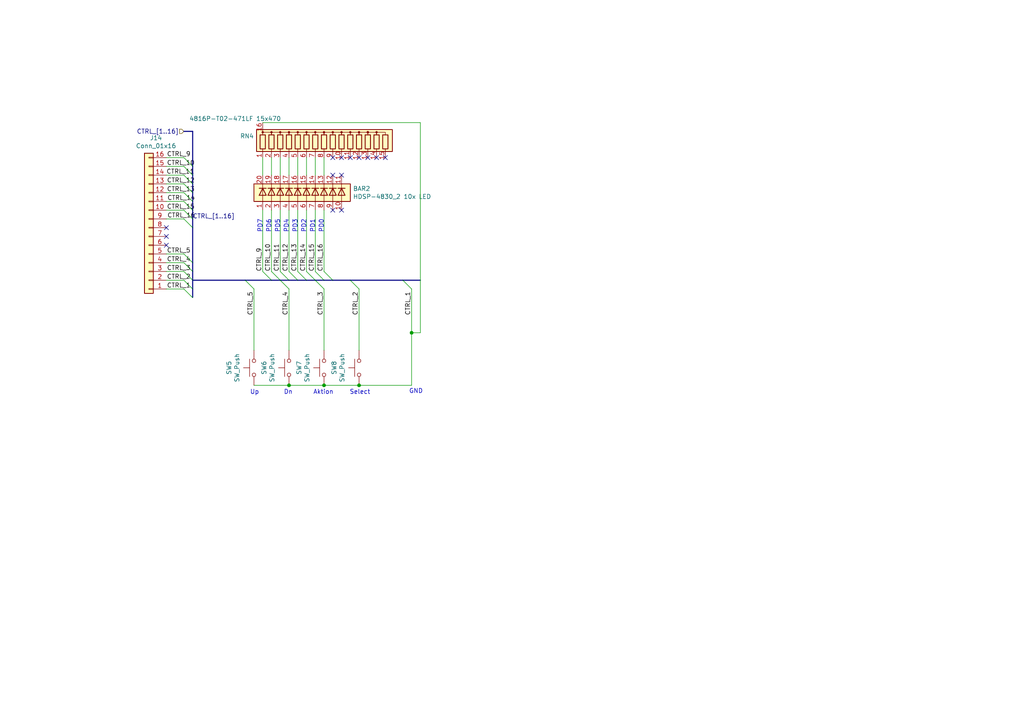
<source format=kicad_sch>
(kicad_sch (version 20211123) (generator eeschema)
  (paper "A4")
  (lib_symbols
    (symbol "Connector_Generic:Conn_01x16" (pin_names (offset 1.016) hide)
      (property "Reference" "J" (at 0 20.32 0))
      (property "Value" "Conn_01x16" (at 0 -22.86 0))
      (symbol "Conn_01x16_1_1"
        (rectangle (start -1.27 -20.193) (end 0 -20.447) (stroke (width 0.1524)))
        (rectangle (start -1.27 -17.653) (end 0 -17.907) (stroke (width 0.1524)))
        (rectangle (start -1.27 -15.113) (end 0 -15.367) (stroke (width 0.1524)))
        (rectangle (start -1.27 -12.573) (end 0 -12.827) (stroke (width 0.1524)))
        (rectangle (start -1.27 -10.033) (end 0 -10.287) (stroke (width 0.1524)))
        (rectangle (start -1.27 -7.493) (end 0 -7.747) (stroke (width 0.1524)))
        (rectangle (start -1.27 -4.953) (end 0 -5.207) (stroke (width 0.1524)))
        (rectangle (start -1.27 -2.413) (end 0 -2.667) (stroke (width 0.1524)))
        (rectangle (start -1.27 0.127) (end 0 -0.127) (stroke (width 0.1524)))
        (rectangle (start -1.27 2.667) (end 0 2.413) (stroke (width 0.1524)))
        (rectangle (start -1.27 5.207) (end 0 4.953) (stroke (width 0.1524)))
        (rectangle (start -1.27 7.747) (end 0 7.493) (stroke (width 0.1524)))
        (rectangle (start -1.27 10.287) (end 0 10.033) (stroke (width 0.1524)))
        (rectangle (start -1.27 12.827) (end 0 12.573) (stroke (width 0.1524)))
        (rectangle (start -1.27 15.367) (end 0 15.113) (stroke (width 0.1524)))
        (rectangle (start -1.27 17.907) (end 0 17.653) (stroke (width 0.1524)))
        (rectangle (start -1.27 19.05) (end 1.27 -21.59) (stroke (width 0.254)) (fill (type background)))
        (pin passive line (at -5.08 17.78 0) (length 3.81) (name "Pin_1") (number "1"))
        (pin passive line (at -5.08 -5.08 0) (length 3.81) (name "Pin_10") (number "10"))
        (pin passive line (at -5.08 -7.62 0) (length 3.81) (name "Pin_11") (number "11"))
        (pin passive line (at -5.08 -10.16 0) (length 3.81) (name "Pin_12") (number "12"))
        (pin passive line (at -5.08 -12.7 0) (length 3.81) (name "Pin_13") (number "13"))
        (pin passive line (at -5.08 -15.24 0) (length 3.81) (name "Pin_14") (number "14"))
        (pin passive line (at -5.08 -17.78 0) (length 3.81) (name "Pin_15") (number "15"))
        (pin passive line (at -5.08 -20.32 0) (length 3.81) (name "Pin_16") (number "16"))
        (pin passive line (at -5.08 15.24 0) (length 3.81) (name "Pin_2") (number "2"))
        (pin passive line (at -5.08 12.7 0) (length 3.81) (name "Pin_3") (number "3"))
        (pin passive line (at -5.08 10.16 0) (length 3.81) (name "Pin_4") (number "4"))
        (pin passive line (at -5.08 7.62 0) (length 3.81) (name "Pin_5") (number "5"))
        (pin passive line (at -5.08 5.08 0) (length 3.81) (name "Pin_6") (number "6"))
        (pin passive line (at -5.08 2.54 0) (length 3.81) (name "Pin_7") (number "7"))
        (pin passive line (at -5.08 0 0) (length 3.81) (name "Pin_8") (number "8"))
        (pin passive line (at -5.08 -2.54 0) (length 3.81) (name "Pin_9") (number "9"))
      )
    )
    (symbol "LED:HDSP-4830_2" (pin_names (offset 1.016) hide)
      (property "Reference" "BAR" (at 0 15.24 0))
      (property "Value" "HDSP-4830_2" (at 0 -17.78 0))
      (symbol "HDSP-4830_2_0_1"
        (rectangle (start -2.54 12.7) (end 2.54 -15.24) (stroke (width 0.254)) (fill (type background)))
        (polyline (pts (xy -2.54 -12.7) (xy 2.54 -12.7)))
        (polyline (pts (xy -2.54 -10.16) (xy 2.54 -10.16)))
        (polyline (pts (xy -2.54 -7.62) (xy 2.54 -7.62)))
        (polyline (pts (xy -2.54 -5.08) (xy 2.54 -5.08)))
        (polyline (pts (xy -2.54 0) (xy 2.54 0)))
        (polyline (pts (xy -2.54 5.08) (xy 2.54 5.08)))
        (polyline (pts (xy -2.54 7.62) (xy 2.54 7.62)))
        (polyline (pts (xy -2.54 10.16) (xy 2.54 10.16)))
        (polyline (pts (xy 1.27 -11.684) (xy 1.27 -13.716)) (stroke (width 0.254)))
        (polyline (pts (xy 1.27 -9.144) (xy 1.27 -11.176)) (stroke (width 0.254)))
        (polyline (pts (xy 1.27 -6.604) (xy 1.27 -8.636)) (stroke (width 0.254)))
        (polyline (pts (xy 1.27 -4.064) (xy 1.27 -6.096)) (stroke (width 0.254)))
        (polyline (pts (xy 1.27 -1.524) (xy 1.27 -3.556)) (stroke (width 0.254)))
        (polyline (pts (xy 1.27 1.016) (xy 1.27 -1.016)) (stroke (width 0.254)))
        (polyline (pts (xy 1.27 3.556) (xy 1.27 1.524)) (stroke (width 0.254)))
        (polyline (pts (xy 1.27 6.096) (xy 1.27 4.064)) (stroke (width 0.254)))
        (polyline (pts (xy 1.27 8.636) (xy 1.27 6.604)) (stroke (width 0.254)))
        (polyline (pts (xy 1.27 11.176) (xy 1.27 9.144)) (stroke (width 0.254)))
        (polyline (pts (xy 2.54 -2.54) (xy -2.54 -2.54)))
        (polyline (pts (xy 2.54 2.54) (xy -2.54 2.54)))
        (polyline (pts (xy -0.762 -11.684) (xy -0.762 -13.716) (xy 1.27 -12.7) (xy -0.762 -11.684)) (stroke (width 0.254)))
        (polyline (pts (xy -0.762 -9.144) (xy -0.762 -11.176) (xy 1.27 -10.16) (xy -0.762 -9.144)) (stroke (width 0.254)))
        (polyline (pts (xy -0.762 -6.604) (xy -0.762 -8.636) (xy 1.27 -7.62) (xy -0.762 -6.604)) (stroke (width 0.254)))
        (polyline (pts (xy -0.762 -4.064) (xy -0.762 -6.096) (xy 1.27 -5.08) (xy -0.762 -4.064)) (stroke (width 0.254)))
        (polyline (pts (xy -0.762 -1.524) (xy -0.762 -3.556) (xy 1.27 -2.54) (xy -0.762 -1.524)) (stroke (width 0.254)))
        (polyline (pts (xy -0.762 1.016) (xy -0.762 -1.016) (xy 1.27 0) (xy -0.762 1.016)) (stroke (width 0.254)))
        (polyline (pts (xy -0.762 3.556) (xy -0.762 1.524) (xy 1.27 2.54) (xy -0.762 3.556)) (stroke (width 0.254)))
        (polyline (pts (xy -0.762 6.096) (xy -0.762 4.064) (xy 1.27 5.08) (xy -0.762 6.096)) (stroke (width 0.254)))
        (polyline (pts (xy -0.762 8.636) (xy -0.762 6.604) (xy 1.27 7.62) (xy -0.762 8.636)) (stroke (width 0.254)))
        (polyline (pts (xy -0.762 11.176) (xy -0.762 9.144) (xy 1.27 10.16) (xy -0.762 11.176)) (stroke (width 0.254)))
      )
      (symbol "HDSP-4830_2_1_1"
        (pin passive line (at -5.08 10.16 0) (length 2.54) (name "A") (number "1"))
        (pin passive line (at -5.08 -12.7 0) (length 2.54) (name "A") (number "10"))
        (pin passive line (at 5.08 -12.7 180) (length 2.54) (name "K") (number "11"))
        (pin passive line (at 5.08 -10.16 180) (length 2.54) (name "K") (number "12"))
        (pin passive line (at 5.08 -7.62 180) (length 2.54) (name "K") (number "13"))
        (pin passive line (at 5.08 -5.08 180) (length 2.54) (name "K") (number "14"))
        (pin passive line (at 5.08 -2.54 180) (length 2.54) (name "K") (number "15"))
        (pin passive line (at 5.08 0 180) (length 2.54) (name "K") (number "16"))
        (pin passive line (at 5.08 2.54 180) (length 2.54) (name "K") (number "17"))
        (pin passive line (at 5.08 5.08 180) (length 2.54) (name "K") (number "18"))
        (pin passive line (at 5.08 7.62 180) (length 2.54) (name "K") (number "19"))
        (pin passive line (at -5.08 7.62 0) (length 2.54) (name "A") (number "2"))
        (pin passive line (at 5.08 10.16 180) (length 2.54) (name "K") (number "20"))
        (pin passive line (at -5.08 5.08 0) (length 2.54) (name "A") (number "3"))
        (pin passive line (at -5.08 2.54 0) (length 2.54) (name "A") (number "4"))
        (pin passive line (at -5.08 0 0) (length 2.54) (name "A") (number "5"))
        (pin passive line (at -5.08 -2.54 0) (length 2.54) (name "A") (number "6"))
        (pin passive line (at -5.08 -5.08 0) (length 2.54) (name "A") (number "7"))
        (pin passive line (at -5.08 -7.62 0) (length 2.54) (name "A") (number "8"))
        (pin passive line (at -5.08 -10.16 0) (length 2.54) (name "A") (number "9"))
      )
    )
    (symbol "Switch:SW_Push" (pin_numbers hide) (pin_names (offset 1.016) hide)
      (property "Reference" "SW" (at 1.27 2.54 0))
      (property "Value" "SW_Push" (at 0 -1.524 0))
      (symbol "SW_Push_0_1"
        (circle (center -2.032 0) (radius 0.508))
        (polyline (pts (xy 0 1.27) (xy 0 3.048)))
        (polyline (pts (xy 2.54 1.27) (xy -2.54 1.27)))
        (circle (center 2.032 0) (radius 0.508))
        (pin passive line (at -5.08 0 0) (length 2.54) (name "1") (number "1"))
        (pin passive line (at 5.08 0 180) (length 2.54) (name "2") (number "2"))
      )
    )
    (symbol "sboxnet:R_Network15" (pin_names (offset 0) hide)
      (property "Reference" "RN" (at -17.78 0 90))
      (property "Value" "R_Network15" (at 24.257 -0.762 90))
      (symbol "R_Network15_0_1"
        (rectangle (start -17.018 -3.302) (end 22.352 3.048) (stroke (width 0.254)) (fill (type background)))
        (rectangle (start -16.002 1.524) (end -14.478 -2.54) (stroke (width 0.254)))
        (circle (center -15.24 2.286) (radius 0.254) (fill (type outline)))
        (rectangle (start -13.462 1.524) (end -11.938 -2.54) (stroke (width 0.254)))
        (circle (center -12.7 2.286) (radius 0.254) (fill (type outline)))
        (rectangle (start -10.922 1.524) (end -9.398 -2.54) (stroke (width 0.254)))
        (circle (center -10.16 2.286) (radius 0.254) (fill (type outline)))
        (rectangle (start -8.382 1.524) (end -6.858 -2.54) (stroke (width 0.254)))
        (circle (center -7.62 2.286) (radius 0.254) (fill (type outline)))
        (rectangle (start -5.842 1.524) (end -4.318 -2.54) (stroke (width 0.254)))
        (circle (center -5.08 2.286) (radius 0.254) (fill (type outline)))
        (rectangle (start -3.302 1.524) (end -1.778 -2.54) (stroke (width 0.254)))
        (circle (center -2.54 2.286) (radius 0.254) (fill (type outline)))
        (rectangle (start -0.762 1.524) (end 0.762 -2.54) (stroke (width 0.254)))
        (polyline (pts (xy -15.24 -2.54) (xy -15.24 -3.81)))
        (polyline (pts (xy -12.7 -2.54) (xy -12.7 -3.81)))
        (polyline (pts (xy -10.16 -2.54) (xy -10.16 -3.81)))
        (polyline (pts (xy -7.62 -2.54) (xy -7.62 -3.81)))
        (polyline (pts (xy -5.08 -2.54) (xy -5.08 -3.81)))
        (polyline (pts (xy -2.54 -2.54) (xy -2.54 -3.81)))
        (polyline (pts (xy 0 -2.54) (xy 0 -3.81)))
        (polyline (pts (xy 2.54 -2.54) (xy 2.54 -3.81)))
        (polyline (pts (xy 5.08 -2.54) (xy 5.08 -3.81)))
        (polyline (pts (xy 7.62 -2.54) (xy 7.62 -3.81)))
        (polyline (pts (xy 10.16 -2.54) (xy 10.16 -3.81)))
        (polyline (pts (xy 12.7 -2.54) (xy 12.7 -3.81)))
        (polyline (pts (xy 15.24 -2.54) (xy 15.24 -3.81)))
        (polyline (pts (xy 17.78 -2.54) (xy 17.78 -3.81)))
        (polyline (pts (xy 20.32 -2.54) (xy 20.32 -3.81)))
        (polyline (pts (xy -15.24 1.524) (xy -15.24 2.286) (xy -12.7 2.286) (xy -12.7 1.524)))
        (polyline (pts (xy -12.7 1.524) (xy -12.7 2.286) (xy -10.16 2.286) (xy -10.16 1.524)))
        (polyline (pts (xy -10.16 1.524) (xy -10.16 2.286) (xy -7.62 2.286) (xy -7.62 1.524)))
        (polyline (pts (xy -7.62 1.524) (xy -7.62 2.286) (xy -5.08 2.286) (xy -5.08 1.524)))
        (polyline (pts (xy -5.08 1.524) (xy -5.08 2.286) (xy -2.54 2.286) (xy -2.54 1.524)))
        (polyline (pts (xy -2.54 1.524) (xy -2.54 2.286) (xy 0 2.286) (xy 0 1.524)))
        (polyline (pts (xy 0 1.524) (xy 0 2.286) (xy 2.54 2.286) (xy 2.54 1.524)))
        (polyline (pts (xy 2.54 1.524) (xy 2.54 2.286) (xy 5.08 2.286) (xy 5.08 1.524)))
        (polyline (pts (xy 5.08 1.524) (xy 5.08 2.286) (xy 7.62 2.286) (xy 7.62 1.524)))
        (polyline (pts (xy 7.62 1.524) (xy 7.62 2.286) (xy 10.16 2.286) (xy 10.16 1.524)))
        (polyline (pts (xy 10.16 1.524) (xy 10.16 2.286) (xy 12.7 2.286) (xy 12.7 1.524)))
        (polyline (pts (xy 12.7 1.524) (xy 12.7 2.286) (xy 15.24 2.286) (xy 15.24 1.524)))
        (polyline (pts (xy 15.24 1.524) (xy 15.24 2.286) (xy 17.78 2.286) (xy 17.78 1.524)))
        (polyline (pts (xy 17.78 1.524) (xy 17.78 2.286) (xy 20.32 2.286) (xy 20.32 1.524)))
        (circle (center 0 2.286) (radius 0.254) (fill (type outline)))
        (rectangle (start 1.778 1.524) (end 3.302 -2.54) (stroke (width 0.254)))
        (circle (center 2.54 2.286) (radius 0.254) (fill (type outline)))
        (rectangle (start 4.318 1.524) (end 5.842 -2.54) (stroke (width 0.254)))
        (circle (center 5.08 2.286) (radius 0.254) (fill (type outline)))
        (rectangle (start 6.858 1.524) (end 8.382 -2.54) (stroke (width 0.254)))
        (circle (center 7.62 2.286) (radius 0.254) (fill (type outline)))
        (rectangle (start 9.398 1.524) (end 10.922 -2.54) (stroke (width 0.254)))
        (circle (center 10.16 2.286) (radius 0.254) (fill (type outline)))
        (rectangle (start 11.938 1.524) (end 13.462 -2.54) (stroke (width 0.254)))
        (circle (center 12.7 2.286) (radius 0.254) (fill (type outline)))
        (rectangle (start 14.478 1.524) (end 16.002 -2.54) (stroke (width 0.254)))
        (circle (center 15.24 2.286) (radius 0.2794) (fill (type outline)))
        (rectangle (start 17.018 1.524) (end 18.542 -2.54) (stroke (width 0.254)))
        (circle (center 17.78 2.286) (radius 0.254) (fill (type outline)))
        (rectangle (start 19.558 1.524) (end 21.082 -2.54) (stroke (width 0.254)))
      )
      (symbol "R_Network15_1_1"
        (pin passive line (at -15.24 -5.08 90) (length 1.27) (name "R1") (number "1"))
        (pin passive line (at 7.62 -5.08 90) (length 1.27) (name "R10") (number "10"))
        (pin passive line (at 10.16 -5.08 90) (length 1.27) (name "R11") (number "11"))
        (pin passive line (at 12.7 -5.08 90) (length 1.27) (name "R12") (number "12"))
        (pin passive line (at 15.24 -5.08 90) (length 1.27) (name "R13") (number "13"))
        (pin passive line (at 17.78 -5.08 90) (length 1.27) (name "R14") (number "14"))
        (pin passive line (at 20.32 -5.08 90) (length 1.27) (name "R15") (number "15"))
        (pin passive line (at -15.24 5.08 270) (length 2.54) (name "common") (number "16"))
        (pin passive line (at -12.7 -5.08 90) (length 1.27) (name "R2") (number "2"))
        (pin passive line (at -10.16 -5.08 90) (length 1.27) (name "R3") (number "3"))
        (pin passive line (at -7.62 -5.08 90) (length 1.27) (name "R4") (number "4"))
        (pin passive line (at -5.08 -5.08 90) (length 1.27) (name "R5") (number "5"))
        (pin passive line (at -2.54 -5.08 90) (length 1.27) (name "R6") (number "6"))
        (pin passive line (at 0 -5.08 90) (length 1.27) (name "R7") (number "7"))
        (pin passive line (at 2.54 -5.08 90) (length 1.27) (name "R8") (number "8"))
        (pin passive line (at 5.08 -5.08 90) (length 1.27) (name "R9") (number "9"))
      )
    )
  )
  (junction (at 119.38 96.52))
  (junction (at 93.98 111.76))
  (junction (at 83.82 111.76))
  (junction (at 104.14 111.76))
  (no_connect (at 109.22 45.72))
  (no_connect (at 106.68 45.72))
  (no_connect (at 48.26 68.58))
  (no_connect (at 96.52 45.72))
  (no_connect (at 111.76 45.72))
  (no_connect (at 96.52 60.96))
  (no_connect (at 99.06 50.8))
  (no_connect (at 104.14 45.72))
  (no_connect (at 99.06 45.72))
  (no_connect (at 96.52 50.8))
  (no_connect (at 101.6 45.72))
  (no_connect (at 48.26 71.12))
  (no_connect (at 48.26 66.04))
  (no_connect (at 99.06 60.96))
  (bus_entry (at 101.6 81.28) (size 2.54 2.54))
  (bus_entry (at 53.34 60.96) (size 2.54 2.54))
  (bus_entry (at 53.34 58.42) (size 2.54 2.54))
  (bus_entry (at 81.28 81.28) (size 2.54 2.54))
  (bus_entry (at 76.2 78.74) (size 2.54 2.54))
  (bus_entry (at 86.36 78.74) (size 2.54 2.54))
  (bus_entry (at 53.34 78.74) (size 2.54 2.54))
  (bus_entry (at 91.44 78.74) (size 2.54 2.54))
  (bus_entry (at 53.34 48.26) (size 2.54 2.54))
  (bus_entry (at 53.34 76.2) (size 2.54 2.54))
  (bus_entry (at 93.98 78.74) (size 2.54 2.54))
  (bus_entry (at 116.84 81.28) (size 2.54 2.54))
  (bus_entry (at 78.74 78.74) (size 2.54 2.54))
  (bus_entry (at 91.44 81.28) (size 2.54 2.54))
  (bus_entry (at 53.34 50.8) (size 2.54 2.54))
  (bus_entry (at 53.34 53.34) (size 2.54 2.54))
  (bus_entry (at 53.34 83.82) (size 2.54 2.54))
  (bus_entry (at 53.34 55.88) (size 2.54 2.54))
  (bus_entry (at 83.82 78.74) (size 2.54 2.54))
  (bus_entry (at 71.12 81.28) (size 2.54 2.54))
  (bus_entry (at 53.34 73.66) (size 2.54 2.54))
  (bus_entry (at 53.34 81.28) (size 2.54 2.54))
  (bus_entry (at 81.28 78.74) (size 2.54 2.54))
  (bus_entry (at 53.34 63.5) (size 2.54 2.54))
  (bus_entry (at 88.9 78.74) (size 2.54 2.54))
  (bus_entry (at 53.34 45.72) (size 2.54 2.54))
  (wire (pts (xy 93.98 60.96) (xy 93.98 78.74)))
  (wire (pts (xy 48.26 73.66) (xy 53.34 73.66)))
  (wire (pts (xy 83.82 60.96) (xy 83.82 78.74)))
  (bus (pts (xy 71.12 81.28) (xy 78.74 81.28)))
  (bus (pts (xy 88.9 81.28) (xy 91.44 81.28)))
  (wire (pts (xy 48.26 78.74) (xy 53.34 78.74)))
  (bus (pts (xy 55.88 78.74) (xy 55.88 81.28)))
  (wire (pts (xy 78.74 50.8) (xy 78.74 45.72)))
  (wire (pts (xy 78.74 60.96) (xy 78.74 78.74)))
  (bus (pts (xy 86.36 81.28) (xy 88.9 81.28)))
  (bus (pts (xy 55.88 81.28) (xy 71.12 81.28)))
  (wire (pts (xy 48.26 81.28) (xy 53.34 81.28)))
  (wire (pts (xy 73.66 83.82) (xy 73.66 101.6)))
  (bus (pts (xy 83.82 81.28) (xy 86.36 81.28)))
  (wire (pts (xy 93.98 83.82) (xy 93.98 101.6)))
  (wire (pts (xy 88.9 60.96) (xy 88.9 78.74)))
  (wire (pts (xy 48.26 76.2) (xy 53.34 76.2)))
  (wire (pts (xy 48.26 55.88) (xy 53.34 55.88)))
  (bus (pts (xy 55.88 48.26) (xy 55.88 50.8)))
  (wire (pts (xy 81.28 60.96) (xy 81.28 78.74)))
  (wire (pts (xy 93.98 111.76) (xy 83.82 111.76)))
  (wire (pts (xy 93.98 50.8) (xy 93.98 45.72)))
  (bus (pts (xy 55.88 38.1) (xy 55.88 48.26)))
  (bus (pts (xy 53.34 38.1) (xy 55.88 38.1)))
  (wire (pts (xy 119.38 83.82) (xy 119.38 96.52)))
  (wire (pts (xy 83.82 83.82) (xy 83.82 101.6)))
  (bus (pts (xy 55.88 66.04) (xy 55.88 76.2)))
  (bus (pts (xy 55.88 50.8) (xy 55.88 53.34)))
  (bus (pts (xy 55.88 53.34) (xy 55.88 55.88)))
  (bus (pts (xy 55.88 60.96) (xy 55.88 63.5)))
  (bus (pts (xy 55.88 83.82) (xy 55.88 86.233)))
  (wire (pts (xy 48.26 83.82) (xy 53.34 83.82)))
  (wire (pts (xy 48.26 53.34) (xy 53.34 53.34)))
  (bus (pts (xy 101.6 81.28) (xy 116.84 81.28)))
  (bus (pts (xy 91.44 81.28) (xy 93.98 81.28)))
  (wire (pts (xy 88.9 50.8) (xy 88.9 45.72)))
  (wire (pts (xy 81.28 50.8) (xy 81.28 45.72)))
  (wire (pts (xy 48.26 50.8) (xy 53.34 50.8)))
  (wire (pts (xy 83.82 50.8) (xy 83.82 45.72)))
  (bus (pts (xy 116.84 81.28) (xy 121.92 81.28)))
  (wire (pts (xy 48.26 45.72) (xy 53.34 45.72)))
  (wire (pts (xy 91.44 60.96) (xy 91.44 78.74)))
  (bus (pts (xy 55.88 63.5) (xy 55.88 66.04)))
  (bus (pts (xy 55.88 76.2) (xy 55.88 78.74)))
  (wire (pts (xy 119.38 96.52) (xy 119.38 111.76)))
  (wire (pts (xy 83.82 111.76) (xy 73.66 111.76)))
  (wire (pts (xy 76.2 35.56) (xy 121.92 35.56)))
  (wire (pts (xy 86.36 50.8) (xy 86.36 45.72)))
  (bus (pts (xy 78.74 81.28) (xy 81.28 81.28)))
  (wire (pts (xy 48.26 48.26) (xy 53.34 48.26)))
  (wire (pts (xy 121.92 96.52) (xy 119.38 96.52)))
  (bus (pts (xy 96.52 81.28) (xy 101.6 81.28)))
  (wire (pts (xy 86.36 60.96) (xy 86.36 78.74)))
  (wire (pts (xy 119.38 111.76) (xy 104.14 111.76)))
  (wire (pts (xy 104.14 83.82) (xy 104.14 101.6)))
  (wire (pts (xy 121.92 35.56) (xy 121.92 96.52)))
  (bus (pts (xy 55.88 81.28) (xy 55.88 83.82)))
  (wire (pts (xy 48.26 60.96) (xy 53.34 60.96)))
  (wire (pts (xy 48.26 58.42) (xy 53.34 58.42)))
  (wire (pts (xy 91.44 50.8) (xy 91.44 45.72)))
  (wire (pts (xy 48.26 63.5) (xy 53.34 63.5)))
  (wire (pts (xy 76.2 60.96) (xy 76.2 78.74)))
  (bus (pts (xy 55.88 55.88) (xy 55.88 58.42)))
  (wire (pts (xy 76.2 45.72) (xy 76.2 50.8)))
  (wire (pts (xy 104.14 111.76) (xy 93.98 111.76)))
  (bus (pts (xy 81.28 81.28) (xy 83.82 81.28)))
  (bus (pts (xy 93.98 81.28) (xy 96.52 81.28)))
  (bus (pts (xy 55.88 58.42) (xy 55.88 60.96)))
  (text "Select" (at 107.442 114.554 180) (effects (font (size 1.27 1.27)) (justify right bottom)))
  (text "Aktion" (at 96.774 114.554 180) (effects (font (size 1.27 1.27)) (justify right bottom)))
  (text "PD4" (at 83.82 67.564 90) (effects (font (size 1.27 1.27)) (justify left bottom)))
  (text "PD7" (at 76.2 67.564 90) (effects (font (size 1.27 1.27)) (justify left bottom)))
  (text "GND" (at 118.618 114.3 0) (effects (font (size 1.27 1.27)) (justify left bottom)))
  (text "PD5" (at 81.28 67.564 90) (effects (font (size 1.27 1.27)) (justify left bottom)))
  (text "PD1" (at 91.44 67.564 90) (effects (font (size 1.27 1.27)) (justify left bottom)))
  (text "PD6" (at 78.74 67.564 90) (effects (font (size 1.27 1.27)) (justify left bottom)))
  (text "Up" (at 75.184 114.554 180) (effects (font (size 1.27 1.27)) (justify right bottom)))
  (text "PD0" (at 93.98 67.564 90) (effects (font (size 1.27 1.27)) (justify left bottom)))
  (text "PD3" (at 86.36 67.564 90) (effects (font (size 1.27 1.27)) (justify left bottom)))
  (text "Dn" (at 82.296 114.554 0) (effects (font (size 1.27 1.27)) (justify left bottom)))
  (text "PD2" (at 88.9 67.564 90) (effects (font (size 1.27 1.27)) (justify left bottom)))
  (label "CTRL_4" (at 83.82 91.44 90))
  (label "CTRL_11" (at 48.26 50.8 0))
  (label "CTRL_9" (at 48.387 45.72 0))
  (label "CTRL_4" (at 48.387 76.2 0))
  (label "CTRL_12" (at 83.82 78.74 90))
  (label "CTRL_10" (at 48.387 48.26 0))
  (label "CTRL_12" (at 48.387 53.34 0))
  (label "CTRL_3" (at 48.387 78.74 0))
  (label "CTRL_9" (at 76.2 78.74 90))
  (label "CTRL_2" (at 48.387 81.28 0))
  (label "CTRL_15" (at 48.387 60.96 0))
  (label "CTRL_11" (at 81.28 78.74 90))
  (label "CTRL_1" (at 48.387 83.82 0))
  (label "CTRL_[1..16]" (at 55.88 63.754 0))
  (label "CTRL_5" (at 48.387 73.66 0))
  (label "CTRL_16" (at 48.514 63.5 0))
  (label "CTRL_3" (at 93.98 91.44 90))
  (label "CTRL_10" (at 78.74 78.74 90))
  (label "CTRL_2" (at 104.14 91.44 90))
  (label "CTRL_14" (at 88.9 78.74 90))
  (label "CTRL_16" (at 93.98 78.74 90))
  (label "CTRL_14" (at 48.514 58.42 0))
  (label "CTRL_5" (at 73.66 91.44 90))
  (label "CTRL_15" (at 91.44 78.74 90))
  (label "CTRL_13" (at 48.387 55.88 0))
  (label "CTRL_1" (at 119.38 91.44 90))
  (label "CTRL_13" (at 86.36 78.74 90))
  (hierarchical_label "CTRL_[1..16]" (shape input) (at 53.34 38.1 180))
  (symbol (lib_id "Connector_Generic:Conn_01x16") (at 43.18 66.04 180) (unit 1)
    (property "Reference" "J14" (at 45.2628 40.005 0))
    (property "Value" "Conn_01x16" (at 45.2628 42.3164 0))
    (property "Footprint" "Connector_PinSocket_2.54mm:PinSocket_1x16_P2.54mm_Vertical" (effects hide))
  )
  (symbol (lib_id "sboxnet:R_Network15") (at 91.44 40.64 0) (unit 1)
    (property "Reference" "RN4" (at 73.66 39.4716 0) (effects (justify right)))
    (property "Value" "4816P-T02-471LF 15x470" (at 81.534 34.417 0) (effects (justify right)))
    (property "Footprint" "Package_SO:SOIC-16W_5.3x10.2mm_P1.27mm" (effects hide))
  )
  (symbol (lib_id "LED:HDSP-4830_2") (at 86.36 55.88 90) (unit 1)
    (property "Reference" "BAR2" (at 102.362 54.7116 90) (effects (justify right)))
    (property "Value" "HDSP-4830_2 10x LED" (at 102.362 57.023 90) (effects (justify right)))
    (property "Footprint" "Display:HDSP-4830" (effects hide))
    (property "Datasheet" "https://docs.broadcom.com/docs/AV02-1798EN" (effects hide))
  )
  (symbol (lib_id "Switch:SW_Push") (at 104.14 106.68 90) (unit 1)
    (property "Reference" "SW8" (at 96.901 106.68 0))
    (property "Value" "SW_Push" (at 99.2124 106.68 0))
    (property "Footprint" "sboxnet:JTP-1130" (effects hide))
  )
  (symbol (lib_id "Switch:SW_Push") (at 93.98 106.68 90) (unit 1)
    (property "Reference" "SW7" (at 86.741 106.68 0))
    (property "Value" "SW_Push" (at 89.0524 106.68 0))
    (property "Footprint" "sboxnet:JTP-1130" (effects hide))
  )
  (symbol (lib_id "Switch:SW_Push") (at 83.82 106.68 90) (unit 1)
    (property "Reference" "SW6" (at 76.581 106.68 0))
    (property "Value" "SW_Push" (at 78.8924 106.68 0))
    (property "Footprint" "sboxnet:JTP-1130" (effects hide))
  )
  (symbol (lib_id "Switch:SW_Push") (at 73.66 106.68 90) (unit 1)
    (property "Reference" "SW5" (at 66.421 106.68 0))
    (property "Value" "SW_Push" (at 68.7324 106.68 0))
    (property "Footprint" "sboxnet:JTP-1130" (effects hide))
  )
)
</source>
